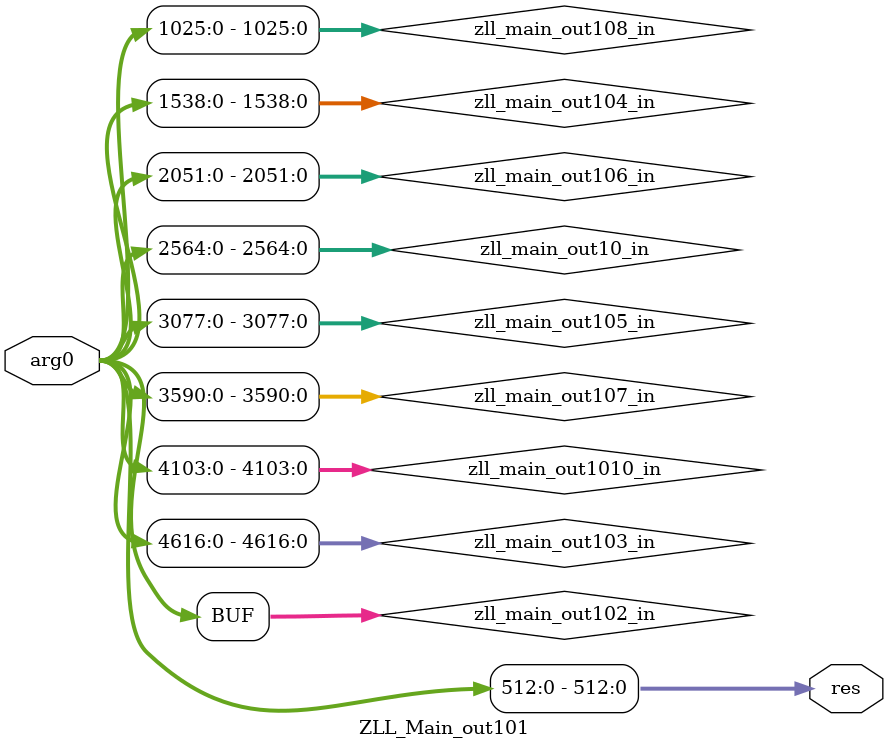
<source format=sv>
module top_level (input logic [0:0] clk,
  input logic [0:0] rst,
  input logic [0:0] __in0,
  input logic [511:0] __in1,
  output logic [0:0] __out0,
  output logic [511:0] __out1);
  logic [6157:0] zll_pure_dispatch_in;
  logic [6155:0] zll_pure_dispatch4_in;
  logic [6155:0] zll_pure_dispatch5_in;
  logic [6155:0] zll_main_refold1_in;
  logic [5642:0] main_conn10_in;
  logic [5129:0] main_conn10_out;
  logic [5129:0] zll_main_ten11_in;
  logic [5129:0] zll_main_ten11_out;
  logic [5642:0] main_refold2_in;
  logic [6157:0] main_refold2_out;
  logic [6157:0] zll_pure_dispatch3_in;
  logic [512:0] main_refold_in;
  logic [5642:0] main_conn10_inR1;
  logic [5129:0] main_conn10_outR1;
  logic [5129:0] zll_main_ten11_inR1;
  logic [5129:0] zll_main_ten11_outR1;
  logic [5129:0] zll_main_out101_in;
  logic [512:0] zll_main_out101_out;
  logic [6157:0] zll_pure_dispatch1_in;
  logic [1025:0] zll_pure_dispatch2_in;
  logic [1025:0] zll_main_refold_in;
  logic [5642:0] main_conn10_inR2;
  logic [5129:0] main_conn10_outR2;
  logic [5129:0] zll_main_ten11_inR2;
  logic [5129:0] zll_main_ten11_outR2;
  logic [5642:0] main_refold2_inR1;
  logic [6157:0] main_refold2_outR1;
  logic [0:0] __continue;
  logic [5644:0] __resumption_tag;
  logic [5644:0] __resumption_tag_next;
  assign zll_pure_dispatch_in = {{__in0, __in1}, __resumption_tag};
  assign zll_pure_dispatch4_in = {zll_pure_dispatch_in[6157:5645], zll_pure_dispatch_in[5642:5130], zll_pure_dispatch_in[5129:0]};
  assign zll_pure_dispatch5_in = {zll_pure_dispatch4_in[5642:5130], zll_pure_dispatch4_in[6155:5643], zll_pure_dispatch4_in[5129:0]};
  assign zll_main_refold1_in = {zll_pure_dispatch5_in[6155:5643], zll_pure_dispatch5_in[5129:0], zll_pure_dispatch5_in[5642:5130]};
  assign main_conn10_in = {zll_main_refold1_in[5642:513], zll_main_refold1_in[6155:5643]};
  Main_conn10  inst (main_conn10_in[5642:513], main_conn10_in[512:0], main_conn10_out);
  assign zll_main_ten11_in = main_conn10_out;
  ZLL_Main_ten11  instR1 (zll_main_ten11_in[5129:0], zll_main_ten11_out);
  assign main_refold2_in = {zll_main_ten11_out, zll_main_refold1_in[512:0]};
  Main_refold2  instR2 (main_refold2_in[5642:513], main_refold2_in[512:0], main_refold2_out);
  assign zll_pure_dispatch3_in = {{__in0, __in1}, __resumption_tag};
  assign main_refold_in = zll_pure_dispatch3_in[6157:5645];
  assign main_conn10_inR1 = {{13'h140a{1'h0}}, main_refold_in[512:0]};
  Main_conn10  instR3 (main_conn10_inR1[5642:513], main_conn10_inR1[512:0], main_conn10_outR1);
  assign zll_main_ten11_inR1 = main_conn10_outR1;
  ZLL_Main_ten11  instR4 (zll_main_ten11_inR1[5129:0], zll_main_ten11_outR1);
  assign zll_main_out101_in = zll_main_ten11_outR1;
  ZLL_Main_out101  instR5 (zll_main_out101_in[5129:0], zll_main_out101_out);
  assign zll_pure_dispatch1_in = {{__in0, __in1}, __resumption_tag};
  assign zll_pure_dispatch2_in = {zll_pure_dispatch1_in[6157:5645], zll_pure_dispatch1_in[512:0]};
  assign zll_main_refold_in = {zll_pure_dispatch2_in[512:0], zll_pure_dispatch2_in[1025:513]};
  assign main_conn10_inR2 = {{13'h140a{1'h0}}, zll_main_refold_in[1025:513]};
  Main_conn10  instR6 (main_conn10_inR2[5642:513], main_conn10_inR2[512:0], main_conn10_outR2);
  assign zll_main_ten11_inR2 = main_conn10_outR2;
  ZLL_Main_ten11  instR7 (zll_main_ten11_inR2[5129:0], zll_main_ten11_outR2);
  assign main_refold2_inR1 = {zll_main_ten11_outR2, zll_main_refold_in[512:0]};
  Main_refold2  instR8 (main_refold2_inR1[5642:513], main_refold2_inR1[512:0], main_refold2_outR1);
  assign {__continue, __out0, __out1, __resumption_tag_next} = (zll_pure_dispatch1_in[5644:5643] == 2'h1) ? main_refold2_outR1 : ((zll_pure_dispatch3_in[5644:5643] == 2'h2) ? {zll_main_out101_out, {2'h1, {13'h140a{1'h0}}}, main_refold_in[512:0]} : main_refold2_out);
  initial __resumption_tag <= {1'h1, {13'h160c{1'h0}}};
  always @ (posedge clk or posedge rst) begin
    if (rst == 1'h1) begin
      __resumption_tag <= {1'h1, {13'h160c{1'h0}}};
    end else begin
      __resumption_tag <= __resumption_tag_next;
    end
  end
endmodule

module ZLL_QuarterRound_quarterround39 (input logic [127:0] arg0,
  output logic [127:0] res);
  logic [127:0] zll_quarterround_quarterround34_in;
  logic [127:0] zll_quarterround_quarterround2_in;
  logic [63:0] binop_in;
  logic [31:0] zll_quarterround_quarterround28_in;
  logic [63:0] zll_quarterround_quarterround25_in;
  logic [31:0] zll_quarterround_quarterround25_out;
  logic [63:0] binop_inR1;
  logic [127:0] zll_quarterround_quarterround16_in;
  logic [63:0] binop_inR2;
  logic [31:0] zll_quarterround_quarterround4_in;
  logic [63:0] zll_quarterround_quarterround25_inR1;
  logic [31:0] zll_quarterround_quarterround25_outR1;
  logic [63:0] binop_inR3;
  logic [127:0] zll_quarterround_quarterround40_in;
  logic [63:0] binop_inR4;
  logic [31:0] zll_quarterround_quarterround12_in;
  logic [63:0] zll_quarterround_quarterround25_inR2;
  logic [31:0] zll_quarterround_quarterround25_outR2;
  logic [63:0] binop_inR5;
  logic [127:0] zll_quarterround_quarterround6_in;
  logic [63:0] binop_inR6;
  logic [31:0] zll_quarterround_quarterround17_in;
  logic [63:0] zll_quarterround_quarterround25_inR3;
  logic [31:0] zll_quarterround_quarterround25_outR3;
  logic [63:0] binop_inR7;
  logic [127:0] zll_quarterround_quarterround30_in;
  assign zll_quarterround_quarterround34_in = arg0;
  assign zll_quarterround_quarterround2_in = {zll_quarterround_quarterround34_in[63:32], zll_quarterround_quarterround34_in[127:96], zll_quarterround_quarterround34_in[95:64], zll_quarterround_quarterround34_in[31:0]};
  assign binop_in = {zll_quarterround_quarterround2_in[95:64], zll_quarterround_quarterround2_in[31:0]};
  assign zll_quarterround_quarterround28_in = binop_in[63:32] + binop_in[31:0];
  assign zll_quarterround_quarterround25_in = {32'h7, zll_quarterround_quarterround28_in[31:0]};
  ZLL_QuarterRound_quarterround25  inst (zll_quarterround_quarterround25_in[63:0], zll_quarterround_quarterround25_out);
  assign binop_inR1 = {zll_quarterround_quarterround2_in[63:32], zll_quarterround_quarterround25_out};
  assign zll_quarterround_quarterround16_in = {zll_quarterround_quarterround2_in[127:96], zll_quarterround_quarterround2_in[95:64], zll_quarterround_quarterround2_in[31:0], binop_inR1[63:32] ^ binop_inR1[31:0]};
  assign binop_inR2 = {zll_quarterround_quarterround16_in[31:0], zll_quarterround_quarterround16_in[95:64]};
  assign zll_quarterround_quarterround4_in = binop_inR2[63:32] + binop_inR2[31:0];
  assign zll_quarterround_quarterround25_inR1 = {32'h9, zll_quarterround_quarterround4_in[31:0]};
  ZLL_QuarterRound_quarterround25  instR1 (zll_quarterround_quarterround25_inR1[63:0], zll_quarterround_quarterround25_outR1);
  assign binop_inR3 = {zll_quarterround_quarterround16_in[127:96], zll_quarterround_quarterround25_outR1};
  assign zll_quarterround_quarterround40_in = {zll_quarterround_quarterround16_in[95:64], zll_quarterround_quarterround16_in[31:0], zll_quarterround_quarterround16_in[63:32], binop_inR3[63:32] ^ binop_inR3[31:0]};
  assign binop_inR4 = {zll_quarterround_quarterround40_in[31:0], zll_quarterround_quarterround40_in[95:64]};
  assign zll_quarterround_quarterround12_in = binop_inR4[63:32] + binop_inR4[31:0];
  assign zll_quarterround_quarterround25_inR2 = {32'hd, zll_quarterround_quarterround12_in[31:0]};
  ZLL_QuarterRound_quarterround25  instR2 (zll_quarterround_quarterround25_inR2[63:0], zll_quarterround_quarterround25_outR2);
  assign binop_inR5 = {zll_quarterround_quarterround40_in[63:32], zll_quarterround_quarterround25_outR2};
  assign zll_quarterround_quarterround6_in = {zll_quarterround_quarterround40_in[31:0], zll_quarterround_quarterround40_in[127:96], zll_quarterround_quarterround40_in[95:64], binop_inR5[63:32] ^ binop_inR5[31:0]};
  assign binop_inR6 = {zll_quarterround_quarterround6_in[31:0], zll_quarterround_quarterround6_in[127:96]};
  assign zll_quarterround_quarterround17_in = binop_inR6[63:32] + binop_inR6[31:0];
  assign zll_quarterround_quarterround25_inR3 = {32'h12, zll_quarterround_quarterround17_in[31:0]};
  ZLL_QuarterRound_quarterround25  instR3 (zll_quarterround_quarterround25_inR3[63:0], zll_quarterround_quarterround25_outR3);
  assign binop_inR7 = {zll_quarterround_quarterround6_in[95:64], zll_quarterround_quarterround25_outR3};
  assign zll_quarterround_quarterround30_in = {zll_quarterround_quarterround6_in[127:96], zll_quarterround_quarterround6_in[63:32], zll_quarterround_quarterround6_in[31:0], binop_inR7[63:32] ^ binop_inR7[31:0]};
  assign res = {zll_quarterround_quarterround30_in[31:0], zll_quarterround_quarterround30_in[95:64], zll_quarterround_quarterround30_in[127:96], zll_quarterround_quarterround30_in[63:32]};
endmodule

module Main_refold2 (input logic [5129:0] arg0,
  input logic [512:0] arg1,
  output logic [6157:0] res);
  logic [5642:0] main_conn10_in;
  logic [5129:0] main_conn10_out;
  logic [5129:0] zll_main_ten11_in;
  logic [5129:0] zll_main_ten11_out;
  logic [5129:0] zll_main_out101_in;
  logic [512:0] zll_main_out101_out;
  assign main_conn10_in = {arg0, arg1};
  Main_conn10  inst (main_conn10_in[5642:513], main_conn10_in[512:0], main_conn10_out);
  assign zll_main_ten11_in = main_conn10_out;
  ZLL_Main_ten11  instR1 (zll_main_ten11_in[5129:0], zll_main_ten11_out);
  assign zll_main_out101_in = zll_main_ten11_out;
  ZLL_Main_out101  instR2 (zll_main_out101_in[5129:0], zll_main_out101_out);
  assign res = {zll_main_out101_out, 2'h0, arg1, arg0};
endmodule

module ZLL_Main_ten11 (input logic [5129:0] arg0,
  output logic [5129:0] res);
  logic [5129:0] zll_main_ten9_in;
  logic [5129:0] zll_main_ten4_in;
  logic [5129:0] zll_main_ten_in;
  logic [5129:0] zll_main_ten7_in;
  logic [5129:0] zll_main_ten10_in;
  logic [5129:0] zll_main_ten2_in;
  logic [5129:0] zll_main_ten5_in;
  logic [512:0] main_dr1_in;
  logic [512:0] main_dr1_out;
  logic [512:0] main_dr1_inR1;
  logic [512:0] main_dr1_outR1;
  logic [512:0] main_dr1_inR2;
  logic [512:0] main_dr1_outR2;
  logic [512:0] main_dr1_inR3;
  logic [512:0] main_dr1_outR3;
  logic [512:0] main_dr1_inR4;
  logic [512:0] main_dr1_outR4;
  logic [512:0] main_dr1_inR5;
  logic [512:0] main_dr1_outR5;
  logic [512:0] main_dr1_inR6;
  logic [512:0] main_dr1_outR6;
  logic [512:0] main_dr1_inR7;
  logic [512:0] main_dr1_outR7;
  logic [512:0] main_dr1_inR8;
  logic [512:0] main_dr1_outR8;
  logic [512:0] main_dr1_inR9;
  logic [512:0] main_dr1_outR9;
  assign zll_main_ten9_in = arg0;
  assign zll_main_ten4_in = {zll_main_ten9_in[5129:4617], zll_main_ten9_in[3590:3078], zll_main_ten9_in[4616:4104], zll_main_ten9_in[4103:3591], zll_main_ten9_in[3077:2565], zll_main_ten9_in[2564:2052], zll_main_ten9_in[2051:1539], zll_main_ten9_in[1538:1026], zll_main_ten9_in[1025:513], zll_main_ten9_in[512:0]};
  assign zll_main_ten_in = {zll_main_ten4_in[3077:2565], zll_main_ten4_in[5129:4617], zll_main_ten4_in[4616:4104], zll_main_ten4_in[4103:3591], zll_main_ten4_in[3590:3078], zll_main_ten4_in[2564:2052], zll_main_ten4_in[2051:1539], zll_main_ten4_in[1538:1026], zll_main_ten4_in[1025:513], zll_main_ten4_in[512:0]};
  assign zll_main_ten7_in = {zll_main_ten_in[5129:4617], zll_main_ten_in[4616:4104], zll_main_ten_in[4103:3591], zll_main_ten_in[2564:2052], zll_main_ten_in[3590:3078], zll_main_ten_in[3077:2565], zll_main_ten_in[2051:1539], zll_main_ten_in[1538:1026], zll_main_ten_in[1025:513], zll_main_ten_in[512:0]};
  assign zll_main_ten10_in = {zll_main_ten7_in[5129:4617], zll_main_ten7_in[4616:4104], zll_main_ten7_in[2051:1539], zll_main_ten7_in[4103:3591], zll_main_ten7_in[3590:3078], zll_main_ten7_in[3077:2565], zll_main_ten7_in[2564:2052], zll_main_ten7_in[1538:1026], zll_main_ten7_in[1025:513], zll_main_ten7_in[512:0]};
  assign zll_main_ten2_in = {zll_main_ten10_in[5129:4617], zll_main_ten10_in[4616:4104], zll_main_ten10_in[4103:3591], zll_main_ten10_in[1538:1026], zll_main_ten10_in[3590:3078], zll_main_ten10_in[3077:2565], zll_main_ten10_in[2564:2052], zll_main_ten10_in[2051:1539], zll_main_ten10_in[1025:513], zll_main_ten10_in[512:0]};
  assign zll_main_ten5_in = {zll_main_ten2_in[5129:4617], zll_main_ten2_in[1025:513], zll_main_ten2_in[4616:4104], zll_main_ten2_in[4103:3591], zll_main_ten2_in[3590:3078], zll_main_ten2_in[3077:2565], zll_main_ten2_in[2564:2052], zll_main_ten2_in[2051:1539], zll_main_ten2_in[1538:1026], zll_main_ten2_in[512:0]};
  assign main_dr1_in = zll_main_ten5_in[4103:3591];
  Main_dr1  inst (main_dr1_in[512:0], main_dr1_out);
  assign main_dr1_inR1 = zll_main_ten5_in[1538:1026];
  Main_dr1  instR1 (main_dr1_inR1[512:0], main_dr1_outR1);
  assign main_dr1_inR2 = zll_main_ten5_in[1025:513];
  Main_dr1  instR2 (main_dr1_inR2[512:0], main_dr1_outR2);
  assign main_dr1_inR3 = zll_main_ten5_in[2564:2052];
  Main_dr1  instR3 (main_dr1_inR3[512:0], main_dr1_outR3);
  assign main_dr1_inR4 = zll_main_ten5_in[5129:4617];
  Main_dr1  instR4 (main_dr1_inR4[512:0], main_dr1_outR4);
  assign main_dr1_inR5 = zll_main_ten5_in[2051:1539];
  Main_dr1  instR5 (main_dr1_inR5[512:0], main_dr1_outR5);
  assign main_dr1_inR6 = zll_main_ten5_in[3590:3078];
  Main_dr1  instR6 (main_dr1_inR6[512:0], main_dr1_outR6);
  assign main_dr1_inR7 = zll_main_ten5_in[3077:2565];
  Main_dr1  instR7 (main_dr1_inR7[512:0], main_dr1_outR7);
  assign main_dr1_inR8 = zll_main_ten5_in[4616:4104];
  Main_dr1  instR8 (main_dr1_inR8[512:0], main_dr1_outR8);
  assign main_dr1_inR9 = zll_main_ten5_in[512:0];
  Main_dr1  instR9 (main_dr1_inR9[512:0], main_dr1_outR9);
  assign res = {main_dr1_out, main_dr1_outR1, main_dr1_outR2, main_dr1_outR3, main_dr1_outR4, main_dr1_outR5, main_dr1_outR6, main_dr1_outR7, main_dr1_outR8, main_dr1_outR9};
endmodule

module ZLL_QuarterRound_quarterround25 (input logic [63:0] arg0,
  output logic [31:0] res);
  logic [63:0] zll_quarterround_quarterround41_in;
  logic [63:0] binop_in;
  logic [63:0] binop_inR1;
  logic [63:0] binop_inR2;
  logic [63:0] binop_inR3;
  assign zll_quarterround_quarterround41_in = arg0;
  assign binop_in = {zll_quarterround_quarterround41_in[31:0], zll_quarterround_quarterround41_in[63:32]};
  assign binop_inR1 = {32'h20, zll_quarterround_quarterround41_in[63:32]};
  assign binop_inR2 = {zll_quarterround_quarterround41_in[31:0], binop_inR1[63:32] - binop_inR1[31:0]};
  assign binop_inR3 = {binop_in[63:32] << binop_in[31:0], binop_inR2[63:32] >> binop_inR2[31:0]};
  assign res = binop_inR3[63:32] | binop_inR3[31:0];
endmodule

module Main_dr1 (input logic [512:0] arg0,
  output logic [512:0] res);
  logic [1025:0] zll_main_dr12_in;
  logic [512:0] zll_main_dr1_in;
  logic [512:0] zll_main_dr11_in;
  logic [511:0] zll_columnround_columnround6_in;
  logic [511:0] zll_columnround_columnround11_in;
  logic [511:0] zll_columnround_columnround_in;
  logic [511:0] zll_columnround_columnround25_in;
  logic [511:0] zll_columnround_columnround21_in;
  logic [511:0] zll_columnround_columnround14_in;
  logic [511:0] zll_columnround_columnround16_in;
  logic [511:0] zll_columnround_columnround4_in;
  logic [511:0] zll_columnround_columnround28_in;
  logic [511:0] zll_columnround_columnround23_in;
  logic [511:0] zll_columnround_columnround29_in;
  logic [511:0] zll_columnround_columnround33_in;
  logic [511:0] zll_columnround_columnround17_in;
  logic [511:0] zll_columnround_columnround37_in;
  logic [511:0] zll_columnround_columnround9_in;
  logic [127:0] zll_quarterround_quarterround39_in;
  logic [127:0] zll_quarterround_quarterround39_out;
  logic [511:0] zll_columnround_columnround13_in;
  logic [511:0] zll_columnround_columnround32_in;
  logic [511:0] zll_columnround_columnround12_in;
  logic [511:0] zll_columnround_columnround2_in;
  logic [511:0] zll_columnround_columnround10_in;
  logic [127:0] zll_quarterround_quarterround39_inR1;
  logic [127:0] zll_quarterround_quarterround39_outR1;
  logic [511:0] zll_columnround_columnround8_in;
  logic [511:0] zll_columnround_columnround31_in;
  logic [511:0] zll_columnround_columnround5_in;
  logic [511:0] zll_columnround_columnround20_in;
  logic [127:0] zll_quarterround_quarterround39_inR2;
  logic [127:0] zll_quarterround_quarterround39_outR2;
  logic [511:0] zll_columnround_columnround30_in;
  logic [511:0] zll_columnround_columnround38_in;
  logic [511:0] zll_columnround_columnround22_in;
  logic [511:0] zll_columnround_columnround18_in;
  logic [511:0] zll_columnround_columnround34_in;
  logic [127:0] zll_quarterround_quarterround39_inR3;
  logic [127:0] zll_quarterround_quarterround39_outR3;
  logic [511:0] zll_columnround_columnround36_in;
  logic [511:0] zll_columnround_columnround19_in;
  logic [511:0] zll_columnround_columnround35_in;
  logic [511:0] zll_columnround_columnround3_in;
  logic [511:0] zll_columnround_columnround27_in;
  logic [511:0] zll_rowround_rowround36_in;
  logic [511:0] zll_rowround_rowround4_in;
  logic [511:0] zll_rowround_rowround20_in;
  logic [511:0] zll_rowround_rowround16_in;
  logic [511:0] zll_rowround_rowround24_in;
  logic [511:0] zll_rowround_rowround18_in;
  logic [511:0] zll_rowround_rowround37_in;
  logic [511:0] zll_rowround_rowround29_in;
  logic [511:0] zll_rowround_rowround9_in;
  logic [511:0] zll_rowround_rowround28_in;
  logic [511:0] zll_rowround_rowround35_in;
  logic [511:0] zll_rowround_rowround26_in;
  logic [511:0] zll_rowround_rowround19_in;
  logic [511:0] zll_rowround_rowround6_in;
  logic [127:0] zll_quarterround_quarterround39_inR4;
  logic [127:0] zll_quarterround_quarterround39_outR4;
  logic [511:0] zll_rowround_rowround17_in;
  logic [511:0] zll_rowround_rowround32_in;
  logic [511:0] zll_rowround_rowround31_in;
  logic [511:0] zll_rowround_rowround33_in;
  logic [127:0] zll_quarterround_quarterround39_inR5;
  logic [127:0] zll_quarterround_quarterround39_outR5;
  logic [511:0] zll_rowround_rowround25_in;
  logic [511:0] zll_rowround_rowround14_in;
  logic [511:0] zll_rowround_rowround7_in;
  logic [511:0] zll_rowround_rowround13_in;
  logic [511:0] zll_rowround_rowround11_in;
  logic [127:0] zll_quarterround_quarterround39_inR6;
  logic [127:0] zll_quarterround_quarterround39_outR6;
  logic [511:0] zll_rowround_rowround2_in;
  logic [511:0] zll_rowround_rowround8_in;
  logic [511:0] zll_rowround_rowround12_in;
  logic [511:0] zll_rowround_rowround5_in;
  logic [511:0] zll_rowround_rowround1_in;
  logic [127:0] zll_quarterround_quarterround39_inR7;
  logic [127:0] zll_quarterround_quarterround39_outR7;
  logic [511:0] zll_rowround_rowround21_in;
  logic [511:0] zll_rowround_rowround39_in;
  logic [511:0] zll_rowround_rowround27_in;
  logic [511:0] zll_rowround_rowround10_in;
  logic [512:0] lit_in;
  assign zll_main_dr12_in = {arg0, arg0};
  assign zll_main_dr1_in = zll_main_dr12_in[1025:513];
  assign zll_main_dr11_in = zll_main_dr1_in[512:0];
  assign zll_columnround_columnround6_in = zll_main_dr11_in[511:0];
  assign zll_columnround_columnround11_in = zll_columnround_columnround6_in[511:0];
  assign zll_columnround_columnround_in = {zll_columnround_columnround11_in[511:480], zll_columnround_columnround11_in[447:416], zll_columnround_columnround11_in[479:448], zll_columnround_columnround11_in[415:384], zll_columnround_columnround11_in[383:352], zll_columnround_columnround11_in[351:320], zll_columnround_columnround11_in[319:288], zll_columnround_columnround11_in[287:256], zll_columnround_columnround11_in[255:224], zll_columnround_columnround11_in[223:192], zll_columnround_columnround11_in[191:160], zll_columnround_columnround11_in[159:128], zll_columnround_columnround11_in[127:96], zll_columnround_columnround11_in[95:64], zll_columnround_columnround11_in[63:32], zll_columnround_columnround11_in[31:0]};
  assign zll_columnround_columnround25_in = {zll_columnround_columnround_in[511:480], zll_columnround_columnround_in[415:384], zll_columnround_columnround_in[479:448], zll_columnround_columnround_in[447:416], zll_columnround_columnround_in[383:352], zll_columnround_columnround_in[351:320], zll_columnround_columnround_in[319:288], zll_columnround_columnround_in[287:256], zll_columnround_columnround_in[255:224], zll_columnround_columnround_in[223:192], zll_columnround_columnround_in[191:160], zll_columnround_columnround_in[159:128], zll_columnround_columnround_in[127:96], zll_columnround_columnround_in[95:64], zll_columnround_columnround_in[63:32], zll_columnround_columnround_in[31:0]};
  assign zll_columnround_columnround21_in = {zll_columnround_columnround25_in[511:480], zll_columnround_columnround25_in[383:352], zll_columnround_columnround25_in[479:448], zll_columnround_columnround25_in[447:416], zll_columnround_columnround25_in[415:384], zll_columnround_columnround25_in[351:320], zll_columnround_columnround25_in[319:288], zll_columnround_columnround25_in[287:256], zll_columnround_columnround25_in[255:224], zll_columnround_columnround25_in[223:192], zll_columnround_columnround25_in[191:160], zll_columnround_columnround25_in[159:128], zll_columnround_columnround25_in[127:96], zll_columnround_columnround25_in[95:64], zll_columnround_columnround25_in[63:32], zll_columnround_columnround25_in[31:0]};
  assign zll_columnround_columnround14_in = {zll_columnround_columnround21_in[511:480], zll_columnround_columnround21_in[351:320], zll_columnround_columnround21_in[479:448], zll_columnround_columnround21_in[447:416], zll_columnround_columnround21_in[415:384], zll_columnround_columnround21_in[383:352], zll_columnround_columnround21_in[319:288], zll_columnround_columnround21_in[287:256], zll_columnround_columnround21_in[255:224], zll_columnround_columnround21_in[223:192], zll_columnround_columnround21_in[191:160], zll_columnround_columnround21_in[159:128], zll_columnround_columnround21_in[127:96], zll_columnround_columnround21_in[95:64], zll_columnround_columnround21_in[63:32], zll_columnround_columnround21_in[31:0]};
  assign zll_columnround_columnround16_in = {zll_columnround_columnround14_in[319:288], zll_columnround_columnround14_in[511:480], zll_columnround_columnround14_in[479:448], zll_columnround_columnround14_in[447:416], zll_columnround_columnround14_in[415:384], zll_columnround_columnround14_in[383:352], zll_columnround_columnround14_in[351:320], zll_columnround_columnround14_in[287:256], zll_columnround_columnround14_in[255:224], zll_columnround_columnround14_in[223:192], zll_columnround_columnround14_in[191:160], zll_columnround_columnround14_in[159:128], zll_columnround_columnround14_in[127:96], zll_columnround_columnround14_in[95:64], zll_columnround_columnround14_in[63:32], zll_columnround_columnround14_in[31:0]};
  assign zll_columnround_columnround4_in = {zll_columnround_columnround16_in[511:480], zll_columnround_columnround16_in[479:448], zll_columnround_columnround16_in[287:256], zll_columnround_columnround16_in[447:416], zll_columnround_columnround16_in[415:384], zll_columnround_columnround16_in[383:352], zll_columnround_columnround16_in[351:320], zll_columnround_columnround16_in[319:288], zll_columnround_columnround16_in[255:224], zll_columnround_columnround16_in[223:192], zll_columnround_columnround16_in[191:160], zll_columnround_columnround16_in[159:128], zll_columnround_columnround16_in[127:96], zll_columnround_columnround16_in[95:64], zll_columnround_columnround16_in[63:32], zll_columnround_columnround16_in[31:0]};
  assign zll_columnround_columnround28_in = {zll_columnround_columnround4_in[511:480], zll_columnround_columnround4_in[479:448], zll_columnround_columnround4_in[447:416], zll_columnround_columnround4_in[415:384], zll_columnround_columnround4_in[383:352], zll_columnround_columnround4_in[351:320], zll_columnround_columnround4_in[255:224], zll_columnround_columnround4_in[319:288], zll_columnround_columnround4_in[287:256], zll_columnround_columnround4_in[223:192], zll_columnround_columnround4_in[191:160], zll_columnround_columnround4_in[159:128], zll_columnround_columnround4_in[127:96], zll_columnround_columnround4_in[95:64], zll_columnround_columnround4_in[63:32], zll_columnround_columnround4_in[31:0]};
  assign zll_columnround_columnround23_in = {zll_columnround_columnround28_in[511:480], zll_columnround_columnround28_in[223:192], zll_columnround_columnround28_in[479:448], zll_columnround_columnround28_in[447:416], zll_columnround_columnround28_in[415:384], zll_columnround_columnround28_in[383:352], zll_columnround_columnround28_in[351:320], zll_columnround_columnround28_in[319:288], zll_columnround_columnround28_in[287:256], zll_columnround_columnround28_in[255:224], zll_columnround_columnround28_in[191:160], zll_columnround_columnround28_in[159:128], zll_columnround_columnround28_in[127:96], zll_columnround_columnround28_in[95:64], zll_columnround_columnround28_in[63:32], zll_columnround_columnround28_in[31:0]};
  assign zll_columnround_columnround29_in = {zll_columnround_columnround23_in[511:480], zll_columnround_columnround23_in[191:160], zll_columnround_columnround23_in[479:448], zll_columnround_columnround23_in[447:416], zll_columnround_columnround23_in[415:384], zll_columnround_columnround23_in[383:352], zll_columnround_columnround23_in[351:320], zll_columnround_columnround23_in[319:288], zll_columnround_columnround23_in[287:256], zll_columnround_columnround23_in[255:224], zll_columnround_columnround23_in[223:192], zll_columnround_columnround23_in[159:128], zll_columnround_columnround23_in[127:96], zll_columnround_columnround23_in[95:64], zll_columnround_columnround23_in[63:32], zll_columnround_columnround23_in[31:0]};
  assign zll_columnround_columnround33_in = {zll_columnround_columnround29_in[511:480], zll_columnround_columnround29_in[479:448], zll_columnround_columnround29_in[159:128], zll_columnround_columnround29_in[447:416], zll_columnround_columnround29_in[415:384], zll_columnround_columnround29_in[383:352], zll_columnround_columnround29_in[351:320], zll_columnround_columnround29_in[319:288], zll_columnround_columnround29_in[287:256], zll_columnround_columnround29_in[255:224], zll_columnround_columnround29_in[223:192], zll_columnround_columnround29_in[191:160], zll_columnround_columnround29_in[127:96], zll_columnround_columnround29_in[95:64], zll_columnround_columnround29_in[63:32], zll_columnround_columnround29_in[31:0]};
  assign zll_columnround_columnround17_in = {zll_columnround_columnround33_in[511:480], zll_columnround_columnround33_in[127:96], zll_columnround_columnround33_in[479:448], zll_columnround_columnround33_in[447:416], zll_columnround_columnround33_in[415:384], zll_columnround_columnround33_in[383:352], zll_columnround_columnround33_in[351:320], zll_columnround_columnround33_in[319:288], zll_columnround_columnround33_in[287:256], zll_columnround_columnround33_in[255:224], zll_columnround_columnround33_in[223:192], zll_columnround_columnround33_in[191:160], zll_columnround_columnround33_in[159:128], zll_columnround_columnround33_in[95:64], zll_columnround_columnround33_in[63:32], zll_columnround_columnround33_in[31:0]};
  assign zll_columnround_columnround37_in = {zll_columnround_columnround17_in[511:480], zll_columnround_columnround17_in[479:448], zll_columnround_columnround17_in[447:416], zll_columnround_columnround17_in[415:384], zll_columnround_columnround17_in[383:352], zll_columnround_columnround17_in[351:320], zll_columnround_columnround17_in[319:288], zll_columnround_columnround17_in[287:256], zll_columnround_columnround17_in[255:224], zll_columnround_columnround17_in[95:64], zll_columnround_columnround17_in[223:192], zll_columnround_columnround17_in[191:160], zll_columnround_columnround17_in[159:128], zll_columnround_columnround17_in[127:96], zll_columnround_columnround17_in[63:32], zll_columnround_columnround17_in[31:0]};
  assign zll_columnround_columnround9_in = {zll_columnround_columnround37_in[511:480], zll_columnround_columnround37_in[479:448], zll_columnround_columnround37_in[447:416], zll_columnround_columnround37_in[63:32], zll_columnround_columnround37_in[415:384], zll_columnround_columnround37_in[383:352], zll_columnround_columnround37_in[351:320], zll_columnround_columnround37_in[319:288], zll_columnround_columnround37_in[287:256], zll_columnround_columnround37_in[255:224], zll_columnround_columnround37_in[223:192], zll_columnround_columnround37_in[191:160], zll_columnround_columnround37_in[159:128], zll_columnround_columnround37_in[127:96], zll_columnround_columnround37_in[95:64], zll_columnround_columnround37_in[31:0]};
  assign zll_quarterround_quarterround39_in = {zll_columnround_columnround9_in[319:288], zll_columnround_columnround9_in[223:192], zll_columnround_columnround9_in[127:96], zll_columnround_columnround9_in[479:448]};
  ZLL_QuarterRound_quarterround39  inst (zll_quarterround_quarterround39_in[127:0], zll_quarterround_quarterround39_out);
  assign zll_columnround_columnround13_in = {zll_columnround_columnround9_in[511:480], zll_columnround_columnround9_in[31:0], zll_columnround_columnround9_in[447:416], zll_columnround_columnround9_in[415:384], zll_columnround_columnround9_in[383:352], zll_columnround_columnround9_in[351:320], zll_columnround_columnround9_in[287:256], zll_columnround_columnround9_in[255:224], zll_columnround_columnround9_in[191:160], zll_columnround_columnround9_in[159:128], zll_columnround_columnround9_in[95:64], zll_columnround_columnround9_in[63:32], zll_quarterround_quarterround39_out};
  assign zll_columnround_columnround32_in = {zll_columnround_columnround13_in[511:480], zll_columnround_columnround13_in[479:448], zll_columnround_columnround13_in[447:416], zll_columnround_columnround13_in[415:384], zll_columnround_columnround13_in[383:352], zll_columnround_columnround13_in[351:320], zll_columnround_columnround13_in[319:288], zll_columnround_columnround13_in[287:256], zll_columnround_columnround13_in[255:224], zll_columnround_columnround13_in[223:192], zll_columnround_columnround13_in[191:160], zll_columnround_columnround13_in[159:128], zll_columnround_columnround13_in[127:0]};
  assign zll_columnround_columnround12_in = {zll_columnround_columnround32_in[511:480], zll_columnround_columnround32_in[127:96], zll_columnround_columnround32_in[479:448], zll_columnround_columnround32_in[447:416], zll_columnround_columnround32_in[415:384], zll_columnround_columnround32_in[383:352], zll_columnround_columnround32_in[351:320], zll_columnround_columnround32_in[319:288], zll_columnround_columnround32_in[287:256], zll_columnround_columnround32_in[255:224], zll_columnround_columnround32_in[223:192], zll_columnround_columnround32_in[191:160], zll_columnround_columnround32_in[159:128], zll_columnround_columnround32_in[95:64], zll_columnround_columnround32_in[63:32], zll_columnround_columnround32_in[31:0]};
  assign zll_columnround_columnround2_in = {zll_columnround_columnround12_in[511:480], zll_columnround_columnround12_in[479:448], zll_columnround_columnround12_in[447:416], zll_columnround_columnround12_in[415:384], zll_columnround_columnround12_in[383:352], zll_columnround_columnround12_in[351:320], zll_columnround_columnround12_in[319:288], zll_columnround_columnround12_in[287:256], zll_columnround_columnround12_in[255:224], zll_columnround_columnround12_in[223:192], zll_columnround_columnround12_in[191:160], zll_columnround_columnround12_in[95:64], zll_columnround_columnround12_in[159:128], zll_columnround_columnround12_in[127:96], zll_columnround_columnround12_in[63:32], zll_columnround_columnround12_in[31:0]};
  assign zll_columnround_columnround10_in = {zll_columnround_columnround2_in[511:480], zll_columnround_columnround2_in[479:448], zll_columnround_columnround2_in[447:416], zll_columnround_columnround2_in[415:384], zll_columnround_columnround2_in[383:352], zll_columnround_columnround2_in[351:320], zll_columnround_columnround2_in[319:288], zll_columnround_columnround2_in[63:32], zll_columnround_columnround2_in[287:256], zll_columnround_columnround2_in[255:224], zll_columnround_columnround2_in[223:192], zll_columnround_columnround2_in[191:160], zll_columnround_columnround2_in[159:128], zll_columnround_columnround2_in[127:96], zll_columnround_columnround2_in[95:64], zll_columnround_columnround2_in[31:0]};
  assign zll_quarterround_quarterround39_inR1 = {zll_columnround_columnround10_in[223:192], zll_columnround_columnround10_in[319:288], zll_columnround_columnround10_in[191:160], zll_columnround_columnround10_in[63:32]};
  ZLL_QuarterRound_quarterround39  instR1 (zll_quarterround_quarterround39_inR1[127:0], zll_quarterround_quarterround39_outR1);
  assign zll_columnround_columnround8_in = {zll_columnround_columnround10_in[511:480], zll_columnround_columnround10_in[31:0], zll_columnround_columnround10_in[479:448], zll_columnround_columnround10_in[447:416], zll_columnround_columnround10_in[415:384], zll_columnround_columnround10_in[383:352], zll_columnround_columnround10_in[351:320], zll_columnround_columnround10_in[287:256], zll_columnround_columnround10_in[255:224], zll_columnround_columnround10_in[159:128], zll_columnround_columnround10_in[127:96], zll_columnround_columnround10_in[95:64], zll_quarterround_quarterround39_outR1};
  assign zll_columnround_columnround31_in = {zll_columnround_columnround8_in[511:480], zll_columnround_columnround8_in[479:448], zll_columnround_columnround8_in[447:416], zll_columnround_columnround8_in[415:384], zll_columnround_columnround8_in[383:352], zll_columnround_columnround8_in[351:320], zll_columnround_columnround8_in[319:288], zll_columnround_columnround8_in[287:256], zll_columnround_columnround8_in[255:224], zll_columnround_columnround8_in[223:192], zll_columnround_columnround8_in[191:160], zll_columnround_columnround8_in[159:128], zll_columnround_columnround8_in[127:0]};
  assign zll_columnround_columnround5_in = {zll_columnround_columnround31_in[511:480], zll_columnround_columnround31_in[479:448], zll_columnround_columnround31_in[447:416], zll_columnround_columnround31_in[415:384], zll_columnround_columnround31_in[383:352], zll_columnround_columnround31_in[351:320], zll_columnround_columnround31_in[319:288], zll_columnround_columnround31_in[127:96], zll_columnround_columnround31_in[287:256], zll_columnround_columnround31_in[255:224], zll_columnround_columnround31_in[223:192], zll_columnround_columnround31_in[191:160], zll_columnround_columnround31_in[159:128], zll_columnround_columnround31_in[95:64], zll_columnround_columnround31_in[63:32], zll_columnround_columnround31_in[31:0]};
  assign zll_columnround_columnround20_in = {zll_columnround_columnround5_in[511:480], zll_columnround_columnround5_in[479:448], zll_columnround_columnround5_in[447:416], zll_columnround_columnround5_in[415:384], zll_columnround_columnround5_in[383:352], zll_columnround_columnround5_in[351:320], zll_columnround_columnround5_in[319:288], zll_columnround_columnround5_in[287:256], zll_columnround_columnround5_in[255:224], zll_columnround_columnround5_in[223:192], zll_columnround_columnround5_in[63:32], zll_columnround_columnround5_in[191:160], zll_columnround_columnround5_in[159:128], zll_columnround_columnround5_in[127:96], zll_columnround_columnround5_in[95:64], zll_columnround_columnround5_in[31:0]};
  assign zll_quarterround_quarterround39_inR2 = {zll_columnround_columnround20_in[383:352], zll_columnround_columnround20_in[351:320], zll_columnround_columnround20_in[95:64], zll_columnround_columnround20_in[511:480]};
  ZLL_QuarterRound_quarterround39  instR2 (zll_quarterround_quarterround39_inR2[127:0], zll_quarterround_quarterround39_outR2);
  assign zll_columnround_columnround30_in = {zll_columnround_columnround20_in[479:448], zll_columnround_columnround20_in[447:416], zll_columnround_columnround20_in[415:384], zll_columnround_columnround20_in[319:288], zll_columnround_columnround20_in[287:256], zll_columnround_columnround20_in[255:224], zll_columnround_columnround20_in[223:192], zll_columnround_columnround20_in[31:0], zll_columnround_columnround20_in[191:160], zll_columnround_columnround20_in[159:128], zll_columnround_columnround20_in[127:96], zll_columnround_columnround20_in[63:32], zll_quarterround_quarterround39_outR2};
  assign zll_columnround_columnround38_in = {zll_columnround_columnround30_in[511:480], zll_columnround_columnround30_in[479:448], zll_columnround_columnround30_in[447:416], zll_columnround_columnround30_in[415:384], zll_columnround_columnround30_in[383:352], zll_columnround_columnround30_in[351:320], zll_columnround_columnround30_in[319:288], zll_columnround_columnround30_in[287:256], zll_columnround_columnround30_in[255:224], zll_columnround_columnround30_in[223:192], zll_columnround_columnround30_in[191:160], zll_columnround_columnround30_in[159:128], zll_columnround_columnround30_in[127:0]};
  assign zll_columnround_columnround22_in = {zll_columnround_columnround38_in[511:480], zll_columnround_columnround38_in[479:448], zll_columnround_columnround38_in[447:416], zll_columnround_columnround38_in[415:384], zll_columnround_columnround38_in[383:352], zll_columnround_columnround38_in[351:320], zll_columnround_columnround38_in[319:288], zll_columnround_columnround38_in[287:256], zll_columnround_columnround38_in[255:224], zll_columnround_columnround38_in[223:192], zll_columnround_columnround38_in[127:96], zll_columnround_columnround38_in[191:160], zll_columnround_columnround38_in[159:128], zll_columnround_columnround38_in[95:64], zll_columnround_columnround38_in[63:32], zll_columnround_columnround38_in[31:0]};
  assign zll_columnround_columnround18_in = {zll_columnround_columnround22_in[511:480], zll_columnround_columnround22_in[479:448], zll_columnround_columnround22_in[447:416], zll_columnround_columnround22_in[415:384], zll_columnround_columnround22_in[383:352], zll_columnround_columnround22_in[351:320], zll_columnround_columnround22_in[319:288], zll_columnround_columnround22_in[287:256], zll_columnround_columnround22_in[255:224], zll_columnround_columnround22_in[223:192], zll_columnround_columnround22_in[191:160], zll_columnround_columnround22_in[159:128], zll_columnround_columnround22_in[95:64], zll_columnround_columnround22_in[127:96], zll_columnround_columnround22_in[63:32], zll_columnround_columnround22_in[31:0]};
  assign zll_columnround_columnround34_in = {zll_columnround_columnround18_in[511:480], zll_columnround_columnround18_in[479:448], zll_columnround_columnround18_in[447:416], zll_columnround_columnround18_in[415:384], zll_columnround_columnround18_in[383:352], zll_columnround_columnround18_in[351:320], zll_columnround_columnround18_in[63:32], zll_columnround_columnround18_in[319:288], zll_columnround_columnround18_in[287:256], zll_columnround_columnround18_in[255:224], zll_columnround_columnround18_in[223:192], zll_columnround_columnround18_in[191:160], zll_columnround_columnround18_in[159:128], zll_columnround_columnround18_in[127:96], zll_columnround_columnround18_in[95:64], zll_columnround_columnround18_in[31:0]};
  assign zll_quarterround_quarterround39_inR3 = {zll_columnround_columnround34_in[447:416], zll_columnround_columnround34_in[191:160], zll_columnround_columnround34_in[287:256], zll_columnround_columnround34_in[415:384]};
  ZLL_QuarterRound_quarterround39  instR3 (zll_quarterround_quarterround39_inR3[127:0], zll_quarterround_quarterround39_outR3);
  assign zll_columnround_columnround36_in = {zll_columnround_columnround34_in[511:480], zll_columnround_columnround34_in[31:0], zll_columnround_columnround34_in[479:448], zll_columnround_columnround34_in[383:352], zll_columnround_columnround34_in[351:320], zll_columnround_columnround34_in[319:288], zll_columnround_columnround34_in[255:224], zll_columnround_columnround34_in[223:192], zll_columnround_columnround34_in[159:128], zll_columnround_columnround34_in[127:96], zll_columnround_columnround34_in[95:64], zll_columnround_columnround34_in[63:32], zll_quarterround_quarterround39_outR3};
  assign zll_columnround_columnround19_in = {zll_columnround_columnround36_in[511:480], zll_columnround_columnround36_in[479:448], zll_columnround_columnround36_in[447:416], zll_columnround_columnround36_in[415:384], zll_columnround_columnround36_in[383:352], zll_columnround_columnround36_in[351:320], zll_columnround_columnround36_in[319:288], zll_columnround_columnround36_in[287:256], zll_columnround_columnround36_in[255:224], zll_columnround_columnround36_in[223:192], zll_columnround_columnround36_in[191:160], zll_columnround_columnround36_in[159:128], zll_columnround_columnround36_in[127:0]};
  assign zll_columnround_columnround35_in = {zll_columnround_columnround19_in[511:480], zll_columnround_columnround19_in[479:448], zll_columnround_columnround19_in[127:96], zll_columnround_columnround19_in[447:416], zll_columnround_columnround19_in[415:384], zll_columnround_columnround19_in[383:352], zll_columnround_columnround19_in[351:320], zll_columnround_columnround19_in[319:288], zll_columnround_columnround19_in[287:256], zll_columnround_columnround19_in[255:224], zll_columnround_columnround19_in[223:192], zll_columnround_columnround19_in[191:160], zll_columnround_columnround19_in[159:128], zll_columnround_columnround19_in[95:64], zll_columnround_columnround19_in[63:32], zll_columnround_columnround19_in[31:0]};
  assign zll_columnround_columnround3_in = {zll_columnround_columnround35_in[511:480], zll_columnround_columnround35_in[479:448], zll_columnround_columnround35_in[447:416], zll_columnround_columnround35_in[415:384], zll_columnround_columnround35_in[383:352], zll_columnround_columnround35_in[351:320], zll_columnround_columnround35_in[319:288], zll_columnround_columnround35_in[287:256], zll_columnround_columnround35_in[255:224], zll_columnround_columnround35_in[223:192], zll_columnround_columnround35_in[191:160], zll_columnround_columnround35_in[159:128], zll_columnround_columnround35_in[95:64], zll_columnround_columnround35_in[127:96], zll_columnround_columnround35_in[63:32], zll_columnround_columnround35_in[31:0]};
  assign zll_columnround_columnround27_in = {zll_columnround_columnround3_in[511:480], zll_columnround_columnround3_in[479:448], zll_columnround_columnround3_in[447:416], zll_columnround_columnround3_in[415:384], zll_columnround_columnround3_in[63:32], zll_columnround_columnround3_in[383:352], zll_columnround_columnround3_in[351:320], zll_columnround_columnround3_in[319:288], zll_columnround_columnround3_in[287:256], zll_columnround_columnround3_in[255:224], zll_columnround_columnround3_in[223:192], zll_columnround_columnround3_in[191:160], zll_columnround_columnround3_in[159:128], zll_columnround_columnround3_in[127:96], zll_columnround_columnround3_in[95:64], zll_columnround_columnround3_in[31:0]};
  assign zll_rowround_rowround36_in = {zll_columnround_columnround27_in[415:384], zll_columnround_columnround27_in[255:224], zll_columnround_columnround27_in[287:256], zll_columnround_columnround27_in[95:64], zll_columnround_columnround27_in[159:128], zll_columnround_columnround27_in[351:320], zll_columnround_columnround27_in[479:448], zll_columnround_columnround27_in[383:352], zll_columnround_columnround27_in[319:288], zll_columnround_columnround27_in[63:32], zll_columnround_columnround27_in[191:160], zll_columnround_columnround27_in[31:0], zll_columnround_columnround27_in[511:480], zll_columnround_columnround27_in[223:192], zll_columnround_columnround27_in[127:96], zll_columnround_columnround27_in[447:416]};
  assign zll_rowround_rowround4_in = zll_rowround_rowround36_in[511:0];
  assign zll_rowround_rowround20_in = {zll_rowround_rowround4_in[479:448], zll_rowround_rowround4_in[511:480], zll_rowround_rowround4_in[447:416], zll_rowround_rowround4_in[415:384], zll_rowround_rowround4_in[383:352], zll_rowround_rowround4_in[351:320], zll_rowround_rowround4_in[319:288], zll_rowround_rowround4_in[287:256], zll_rowround_rowround4_in[255:224], zll_rowround_rowround4_in[223:192], zll_rowround_rowround4_in[191:160], zll_rowround_rowround4_in[159:128], zll_rowround_rowround4_in[127:96], zll_rowround_rowround4_in[95:64], zll_rowround_rowround4_in[63:32], zll_rowround_rowround4_in[31:0]};
  assign zll_rowround_rowround16_in = {zll_rowround_rowround20_in[511:480], zll_rowround_rowround20_in[447:416], zll_rowround_rowround20_in[479:448], zll_rowround_rowround20_in[415:384], zll_rowround_rowround20_in[383:352], zll_rowround_rowround20_in[351:320], zll_rowround_rowround20_in[319:288], zll_rowround_rowround20_in[287:256], zll_rowround_rowround20_in[255:224], zll_rowround_rowround20_in[223:192], zll_rowround_rowround20_in[191:160], zll_rowround_rowround20_in[159:128], zll_rowround_rowround20_in[127:96], zll_rowround_rowround20_in[95:64], zll_rowround_rowround20_in[63:32], zll_rowround_rowround20_in[31:0]};
  assign zll_rowround_rowround24_in = {zll_rowround_rowround16_in[511:480], zll_rowround_rowround16_in[479:448], zll_rowround_rowround16_in[415:384], zll_rowround_rowround16_in[447:416], zll_rowround_rowround16_in[383:352], zll_rowround_rowround16_in[351:320], zll_rowround_rowround16_in[319:288], zll_rowround_rowround16_in[287:256], zll_rowround_rowround16_in[255:224], zll_rowround_rowround16_in[223:192], zll_rowround_rowround16_in[191:160], zll_rowround_rowround16_in[159:128], zll_rowround_rowround16_in[127:96], zll_rowround_rowround16_in[95:64], zll_rowround_rowround16_in[63:32], zll_rowround_rowround16_in[31:0]};
  assign zll_rowround_rowround18_in = {zll_rowround_rowround24_in[511:480], zll_rowround_rowround24_in[383:352], zll_rowround_rowround24_in[479:448], zll_rowround_rowround24_in[447:416], zll_rowround_rowround24_in[415:384], zll_rowround_rowround24_in[351:320], zll_rowround_rowround24_in[319:288], zll_rowround_rowround24_in[287:256], zll_rowround_rowround24_in[255:224], zll_rowround_rowround24_in[223:192], zll_rowround_rowround24_in[191:160], zll_rowround_rowround24_in[159:128], zll_rowround_rowround24_in[127:96], zll_rowround_rowround24_in[95:64], zll_rowround_rowround24_in[63:32], zll_rowround_rowround24_in[31:0]};
  assign zll_rowround_rowround37_in = {zll_rowround_rowround18_in[511:480], zll_rowround_rowround18_in[479:448], zll_rowround_rowround18_in[447:416], zll_rowround_rowround18_in[415:384], zll_rowround_rowround18_in[351:320], zll_rowround_rowround18_in[383:352], zll_rowround_rowround18_in[319:288], zll_rowround_rowround18_in[287:256], zll_rowround_rowround18_in[255:224], zll_rowround_rowround18_in[223:192], zll_rowround_rowround18_in[191:160], zll_rowround_rowround18_in[159:128], zll_rowround_rowround18_in[127:96], zll_rowround_rowround18_in[95:64], zll_rowround_rowround18_in[63:32], zll_rowround_rowround18_in[31:0]};
  assign zll_rowround_rowround29_in = {zll_rowround_rowround37_in[319:288], zll_rowround_rowround37_in[511:480], zll_rowround_rowround37_in[479:448], zll_rowround_rowround37_in[447:416], zll_rowround_rowround37_in[415:384], zll_rowround_rowround37_in[383:352], zll_rowround_rowround37_in[351:320], zll_rowround_rowround37_in[287:256], zll_rowround_rowround37_in[255:224], zll_rowround_rowround37_in[223:192], zll_rowround_rowround37_in[191:160], zll_rowround_rowround37_in[159:128], zll_rowround_rowround37_in[127:96], zll_rowround_rowround37_in[95:64], zll_rowround_rowround37_in[63:32], zll_rowround_rowround37_in[31:0]};
  assign zll_rowround_rowround9_in = {zll_rowround_rowround29_in[287:256], zll_rowround_rowround29_in[511:480], zll_rowround_rowround29_in[479:448], zll_rowround_rowround29_in[447:416], zll_rowround_rowround29_in[415:384], zll_rowround_rowround29_in[383:352], zll_rowround_rowround29_in[351:320], zll_rowround_rowround29_in[319:288], zll_rowround_rowround29_in[255:224], zll_rowround_rowround29_in[223:192], zll_rowround_rowround29_in[191:160], zll_rowround_rowround29_in[159:128], zll_rowround_rowround29_in[127:96], zll_rowround_rowround29_in[95:64], zll_rowround_rowround29_in[63:32], zll_rowround_rowround29_in[31:0]};
  assign zll_rowround_rowround28_in = {zll_rowround_rowround9_in[511:480], zll_rowround_rowround9_in[479:448], zll_rowround_rowround9_in[223:192], zll_rowround_rowround9_in[447:416], zll_rowround_rowround9_in[415:384], zll_rowround_rowround9_in[383:352], zll_rowround_rowround9_in[351:320], zll_rowround_rowround9_in[319:288], zll_rowround_rowround9_in[287:256], zll_rowround_rowround9_in[255:224], zll_rowround_rowround9_in[191:160], zll_rowround_rowround9_in[159:128], zll_rowround_rowround9_in[127:96], zll_rowround_rowround9_in[95:64], zll_rowround_rowround9_in[63:32], zll_rowround_rowround9_in[31:0]};
  assign zll_rowround_rowround35_in = {zll_rowround_rowround28_in[511:480], zll_rowround_rowround28_in[479:448], zll_rowround_rowround28_in[447:416], zll_rowround_rowround28_in[415:384], zll_rowround_rowround28_in[383:352], zll_rowround_rowround28_in[351:320], zll_rowround_rowround28_in[319:288], zll_rowround_rowround28_in[287:256], zll_rowround_rowround28_in[255:224], zll_rowround_rowround28_in[191:160], zll_rowround_rowround28_in[223:192], zll_rowround_rowround28_in[159:128], zll_rowround_rowround28_in[127:96], zll_rowround_rowround28_in[95:64], zll_rowround_rowround28_in[63:32], zll_rowround_rowround28_in[31:0]};
  assign zll_rowround_rowround26_in = {zll_rowround_rowround35_in[511:480], zll_rowround_rowround35_in[479:448], zll_rowround_rowround35_in[447:416], zll_rowround_rowround35_in[415:384], zll_rowround_rowround35_in[383:352], zll_rowround_rowround35_in[351:320], zll_rowround_rowround35_in[319:288], zll_rowround_rowround35_in[287:256], zll_rowround_rowround35_in[255:224], zll_rowround_rowround35_in[223:192], zll_rowround_rowround35_in[159:128], zll_rowround_rowround35_in[191:160], zll_rowround_rowround35_in[127:96], zll_rowround_rowround35_in[95:64], zll_rowround_rowround35_in[63:32], zll_rowround_rowround35_in[31:0]};
  assign zll_rowround_rowround19_in = {zll_rowround_rowround26_in[511:480], zll_rowround_rowround26_in[479:448], zll_rowround_rowround26_in[447:416], zll_rowround_rowround26_in[415:384], zll_rowround_rowround26_in[383:352], zll_rowround_rowround26_in[351:320], zll_rowround_rowround26_in[319:288], zll_rowround_rowround26_in[287:256], zll_rowround_rowround26_in[255:224], zll_rowround_rowround26_in[127:96], zll_rowround_rowround26_in[223:192], zll_rowround_rowround26_in[191:160], zll_rowround_rowround26_in[159:128], zll_rowround_rowround26_in[95:64], zll_rowround_rowround26_in[63:32], zll_rowround_rowround26_in[31:0]};
  assign zll_rowround_rowround6_in = {zll_rowround_rowround19_in[511:480], zll_rowround_rowround19_in[479:448], zll_rowround_rowround19_in[447:416], zll_rowround_rowround19_in[415:384], zll_rowround_rowround19_in[383:352], zll_rowround_rowround19_in[351:320], zll_rowround_rowround19_in[319:288], zll_rowround_rowround19_in[63:32], zll_rowround_rowround19_in[287:256], zll_rowround_rowround19_in[255:224], zll_rowround_rowround19_in[223:192], zll_rowround_rowround19_in[191:160], zll_rowround_rowround19_in[159:128], zll_rowround_rowround19_in[127:96], zll_rowround_rowround19_in[95:64], zll_rowround_rowround19_in[31:0]};
  assign zll_quarterround_quarterround39_inR4 = {zll_rowround_rowround6_in[223:192], zll_rowround_rowround6_in[415:384], zll_rowround_rowround6_in[351:320], zll_rowround_rowround6_in[319:288]};
  ZLL_QuarterRound_quarterround39  instR4 (zll_quarterround_quarterround39_inR4[127:0], zll_quarterround_quarterround39_outR4);
  assign zll_rowround_rowround17_in = {zll_rowround_rowround6_in[511:480], zll_rowround_rowround6_in[479:448], zll_rowround_rowround6_in[447:416], zll_rowround_rowround6_in[383:352], zll_rowround_rowround6_in[31:0], zll_rowround_rowround6_in[287:256], zll_rowround_rowround6_in[255:224], zll_rowround_rowround6_in[191:160], zll_rowround_rowround6_in[159:128], zll_rowround_rowround6_in[127:96], zll_rowround_rowround6_in[95:64], zll_rowround_rowround6_in[63:32], zll_quarterround_quarterround39_outR4};
  assign zll_rowround_rowround32_in = {zll_rowround_rowround17_in[511:480], zll_rowround_rowround17_in[479:448], zll_rowround_rowround17_in[447:416], zll_rowround_rowround17_in[415:384], zll_rowround_rowround17_in[383:352], zll_rowround_rowround17_in[351:320], zll_rowround_rowround17_in[319:288], zll_rowround_rowround17_in[287:256], zll_rowround_rowround17_in[255:224], zll_rowround_rowround17_in[223:192], zll_rowround_rowround17_in[191:160], zll_rowround_rowround17_in[159:128], zll_rowround_rowround17_in[127:0]};
  assign zll_rowround_rowround31_in = {zll_rowround_rowround32_in[511:480], zll_rowround_rowround32_in[479:448], zll_rowround_rowround32_in[447:416], zll_rowround_rowround32_in[415:384], zll_rowround_rowround32_in[383:352], zll_rowround_rowround32_in[127:96], zll_rowround_rowround32_in[351:320], zll_rowround_rowround32_in[319:288], zll_rowround_rowround32_in[287:256], zll_rowround_rowround32_in[255:224], zll_rowround_rowround32_in[223:192], zll_rowround_rowround32_in[191:160], zll_rowround_rowround32_in[159:128], zll_rowround_rowround32_in[95:64], zll_rowround_rowround32_in[63:32], zll_rowround_rowround32_in[31:0]};
  assign zll_rowround_rowround33_in = {zll_rowround_rowround31_in[511:480], zll_rowround_rowround31_in[479:448], zll_rowround_rowround31_in[447:416], zll_rowround_rowround31_in[415:384], zll_rowround_rowround31_in[383:352], zll_rowround_rowround31_in[351:320], zll_rowround_rowround31_in[95:64], zll_rowround_rowround31_in[319:288], zll_rowround_rowround31_in[287:256], zll_rowround_rowround31_in[255:224], zll_rowround_rowround31_in[223:192], zll_rowround_rowround31_in[191:160], zll_rowround_rowround31_in[159:128], zll_rowround_rowround31_in[127:96], zll_rowround_rowround31_in[63:32], zll_rowround_rowround31_in[31:0]};
  assign zll_quarterround_quarterround39_inR5 = {zll_rowround_rowround33_in[255:224], zll_rowround_rowround33_in[479:448], zll_rowround_rowround33_in[511:480], zll_rowround_rowround33_in[415:384]};
  ZLL_QuarterRound_quarterround39  instR5 (zll_quarterround_quarterround39_inR5[127:0], zll_quarterround_quarterround39_outR5);
  assign zll_rowround_rowround25_in = {zll_rowround_rowround33_in[447:416], zll_rowround_rowround33_in[383:352], zll_rowround_rowround33_in[351:320], zll_rowround_rowround33_in[319:288], zll_rowround_rowround33_in[287:256], zll_rowround_rowround33_in[31:0], zll_rowround_rowround33_in[223:192], zll_rowround_rowround33_in[191:160], zll_rowround_rowround33_in[159:128], zll_rowround_rowround33_in[127:96], zll_rowround_rowround33_in[95:64], zll_rowround_rowround33_in[63:32], zll_quarterround_quarterround39_outR5};
  assign zll_rowround_rowround14_in = {zll_rowround_rowround25_in[511:480], zll_rowround_rowround25_in[479:448], zll_rowround_rowround25_in[447:416], zll_rowround_rowround25_in[415:384], zll_rowround_rowround25_in[383:352], zll_rowround_rowround25_in[351:320], zll_rowround_rowround25_in[319:288], zll_rowround_rowround25_in[287:256], zll_rowround_rowround25_in[255:224], zll_rowround_rowround25_in[223:192], zll_rowround_rowround25_in[191:160], zll_rowround_rowround25_in[159:128], zll_rowround_rowround25_in[127:0]};
  assign zll_rowround_rowround7_in = {zll_rowround_rowround14_in[511:480], zll_rowround_rowround14_in[479:448], zll_rowround_rowround14_in[447:416], zll_rowround_rowround14_in[415:384], zll_rowround_rowround14_in[383:352], zll_rowround_rowround14_in[351:320], zll_rowround_rowround14_in[319:288], zll_rowround_rowround14_in[287:256], zll_rowround_rowround14_in[255:224], zll_rowround_rowround14_in[223:192], zll_rowround_rowround14_in[191:160], zll_rowround_rowround14_in[127:96], zll_rowround_rowround14_in[159:128], zll_rowround_rowround14_in[95:64], zll_rowround_rowround14_in[63:32], zll_rowround_rowround14_in[31:0]};
  assign zll_rowround_rowround13_in = {zll_rowround_rowround7_in[511:480], zll_rowround_rowround7_in[95:64], zll_rowround_rowround7_in[479:448], zll_rowround_rowround7_in[447:416], zll_rowround_rowround7_in[415:384], zll_rowround_rowround7_in[383:352], zll_rowround_rowround7_in[351:320], zll_rowround_rowround7_in[319:288], zll_rowround_rowround7_in[287:256], zll_rowround_rowround7_in[255:224], zll_rowround_rowround7_in[223:192], zll_rowround_rowround7_in[191:160], zll_rowround_rowround7_in[159:128], zll_rowround_rowround7_in[127:96], zll_rowround_rowround7_in[63:32], zll_rowround_rowround7_in[31:0]};
  assign zll_rowround_rowround11_in = {zll_rowround_rowround13_in[511:480], zll_rowround_rowround13_in[63:32], zll_rowround_rowround13_in[479:448], zll_rowround_rowround13_in[447:416], zll_rowround_rowround13_in[415:384], zll_rowround_rowround13_in[383:352], zll_rowround_rowround13_in[351:320], zll_rowround_rowround13_in[319:288], zll_rowround_rowround13_in[287:256], zll_rowround_rowround13_in[255:224], zll_rowround_rowround13_in[223:192], zll_rowround_rowround13_in[191:160], zll_rowround_rowround13_in[159:128], zll_rowround_rowround13_in[127:96], zll_rowround_rowround13_in[95:64], zll_rowround_rowround13_in[31:0]};
  assign zll_quarterround_quarterround39_inR6 = {zll_rowround_rowround11_in[223:192], zll_rowround_rowround11_in[191:160], zll_rowround_rowround11_in[159:128], zll_rowround_rowround11_in[511:480]};
  ZLL_QuarterRound_quarterround39  instR6 (zll_quarterround_quarterround39_inR6[127:0], zll_quarterround_quarterround39_outR6);
  assign zll_rowround_rowround2_in = {zll_rowround_rowround11_in[479:448], zll_rowround_rowround11_in[447:416], zll_rowround_rowround11_in[415:384], zll_rowround_rowround11_in[31:0], zll_rowround_rowround11_in[383:352], zll_rowround_rowround11_in[351:320], zll_rowround_rowround11_in[319:288], zll_rowround_rowround11_in[287:256], zll_rowround_rowround11_in[255:224], zll_rowround_rowround11_in[127:96], zll_rowround_rowround11_in[95:64], zll_rowround_rowround11_in[63:32], zll_quarterround_quarterround39_outR6};
  assign zll_rowround_rowround8_in = {zll_rowround_rowround2_in[511:480], zll_rowround_rowround2_in[479:448], zll_rowround_rowround2_in[447:416], zll_rowround_rowround2_in[415:384], zll_rowround_rowround2_in[383:352], zll_rowround_rowround2_in[351:320], zll_rowround_rowround2_in[319:288], zll_rowround_rowround2_in[287:256], zll_rowround_rowround2_in[255:224], zll_rowround_rowround2_in[223:192], zll_rowround_rowround2_in[191:160], zll_rowround_rowround2_in[159:128], zll_rowround_rowround2_in[127:0]};
  assign zll_rowround_rowround12_in = {zll_rowround_rowround8_in[127:96], zll_rowround_rowround8_in[511:480], zll_rowround_rowround8_in[479:448], zll_rowround_rowround8_in[447:416], zll_rowround_rowround8_in[415:384], zll_rowround_rowround8_in[383:352], zll_rowround_rowround8_in[351:320], zll_rowround_rowround8_in[319:288], zll_rowround_rowround8_in[287:256], zll_rowround_rowround8_in[255:224], zll_rowround_rowround8_in[223:192], zll_rowround_rowround8_in[191:160], zll_rowround_rowround8_in[159:128], zll_rowround_rowround8_in[95:64], zll_rowround_rowround8_in[63:32], zll_rowround_rowround8_in[31:0]};
  assign zll_rowround_rowround5_in = {zll_rowround_rowround12_in[511:480], zll_rowround_rowround12_in[479:448], zll_rowround_rowround12_in[447:416], zll_rowround_rowround12_in[415:384], zll_rowround_rowround12_in[383:352], zll_rowround_rowround12_in[351:320], zll_rowround_rowround12_in[319:288], zll_rowround_rowround12_in[287:256], zll_rowround_rowround12_in[255:224], zll_rowround_rowround12_in[95:64], zll_rowround_rowround12_in[223:192], zll_rowround_rowround12_in[191:160], zll_rowround_rowround12_in[159:128], zll_rowround_rowround12_in[127:96], zll_rowround_rowround12_in[63:32], zll_rowround_rowround12_in[31:0]};
  assign zll_rowround_rowround1_in = {zll_rowround_rowround5_in[511:480], zll_rowround_rowround5_in[479:448], zll_rowround_rowround5_in[447:416], zll_rowround_rowround5_in[415:384], zll_rowround_rowround5_in[383:352], zll_rowround_rowround5_in[351:320], zll_rowround_rowround5_in[319:288], zll_rowround_rowround5_in[287:256], zll_rowround_rowround5_in[255:224], zll_rowround_rowround5_in[223:192], zll_rowround_rowround5_in[63:32], zll_rowround_rowround5_in[191:160], zll_rowround_rowround5_in[159:128], zll_rowround_rowround5_in[127:96], zll_rowround_rowround5_in[95:64], zll_rowround_rowround5_in[31:0]};
  assign zll_quarterround_quarterround39_inR7 = {zll_rowround_rowround1_in[415:384], zll_rowround_rowround1_in[159:128], zll_rowround_rowround1_in[127:96], zll_rowround_rowround1_in[287:256]};
  ZLL_QuarterRound_quarterround39  instR7 (zll_quarterround_quarterround39_inR7[127:0], zll_quarterround_quarterround39_outR7);
  assign zll_rowround_rowround21_in = {zll_rowround_rowround1_in[511:480], zll_rowround_rowround1_in[31:0], zll_rowround_rowround1_in[479:448], zll_rowround_rowround1_in[447:416], zll_rowround_rowround1_in[383:352], zll_rowround_rowround1_in[351:320], zll_rowround_rowround1_in[319:288], zll_rowround_rowround1_in[255:224], zll_rowround_rowround1_in[223:192], zll_rowround_rowround1_in[191:160], zll_rowround_rowround1_in[95:64], zll_rowround_rowround1_in[63:32], zll_quarterround_quarterround39_outR7};
  assign zll_rowround_rowround39_in = {zll_rowround_rowround21_in[511:480], zll_rowround_rowround21_in[479:448], zll_rowround_rowround21_in[447:416], zll_rowround_rowround21_in[415:384], zll_rowround_rowround21_in[383:352], zll_rowround_rowround21_in[351:320], zll_rowround_rowround21_in[319:288], zll_rowround_rowround21_in[287:256], zll_rowround_rowround21_in[255:224], zll_rowround_rowround21_in[223:192], zll_rowround_rowround21_in[191:160], zll_rowround_rowround21_in[159:128], zll_rowround_rowround21_in[127:0]};
  assign zll_rowround_rowround27_in = {zll_rowround_rowround39_in[511:480], zll_rowround_rowround39_in[479:448], zll_rowround_rowround39_in[127:96], zll_rowround_rowround39_in[447:416], zll_rowround_rowround39_in[415:384], zll_rowround_rowround39_in[383:352], zll_rowround_rowround39_in[351:320], zll_rowround_rowround39_in[319:288], zll_rowround_rowround39_in[287:256], zll_rowround_rowround39_in[255:224], zll_rowround_rowround39_in[223:192], zll_rowround_rowround39_in[191:160], zll_rowround_rowround39_in[159:128], zll_rowround_rowround39_in[95:64], zll_rowround_rowround39_in[63:32], zll_rowround_rowround39_in[31:0]};
  assign zll_rowround_rowround10_in = {zll_rowround_rowround27_in[95:64], zll_rowround_rowround27_in[511:480], zll_rowround_rowround27_in[479:448], zll_rowround_rowround27_in[447:416], zll_rowround_rowround27_in[415:384], zll_rowround_rowround27_in[383:352], zll_rowround_rowround27_in[351:320], zll_rowround_rowround27_in[319:288], zll_rowround_rowround27_in[287:256], zll_rowround_rowround27_in[255:224], zll_rowround_rowround27_in[223:192], zll_rowround_rowround27_in[191:160], zll_rowround_rowround27_in[159:128], zll_rowround_rowround27_in[127:96], zll_rowround_rowround27_in[63:32], zll_rowround_rowround27_in[31:0]};
  assign lit_in = zll_main_dr12_in[512:0];
  assign res = (lit_in[512] == 1'h0) ? {10'h201{1'h0}} : {1'h1, {zll_rowround_rowround10_in[287:256], zll_rowround_rowround10_in[255:224], zll_rowround_rowround10_in[95:64], zll_rowround_rowround10_in[223:192], zll_rowround_rowround10_in[319:288], zll_rowround_rowround10_in[127:96], zll_rowround_rowround10_in[351:320], zll_rowround_rowround10_in[383:352], zll_rowround_rowround10_in[159:128], zll_rowround_rowround10_in[447:416], zll_rowround_rowround10_in[479:448], zll_rowround_rowround10_in[191:160], zll_rowround_rowround10_in[511:480], zll_rowround_rowround10_in[63:32], zll_rowround_rowround10_in[31:0], zll_rowround_rowround10_in[415:384]}};
endmodule

module Main_conn10 (input logic [5129:0] arg0,
  input logic [512:0] arg1,
  output logic [5129:0] res);
  logic [5642:0] zll_main_conn104_in;
  logic [5642:0] zll_main_conn1010_in;
  logic [5642:0] zll_main_conn1013_in;
  logic [5642:0] zll_main_conn106_in;
  logic [5642:0] zll_main_conn105_in;
  logic [5642:0] zll_main_conn10_in;
  logic [5642:0] zll_main_conn1012_in;
  logic [5129:0] zll_main_conn107_in;
  logic [512:0] main_next_in;
  logic [512:0] main_next_out;
  logic [512:0] main_next_inR1;
  logic [512:0] main_next_outR1;
  logic [512:0] main_next_inR2;
  logic [512:0] main_next_outR2;
  logic [512:0] main_next_inR3;
  logic [512:0] main_next_outR3;
  logic [512:0] main_next_inR4;
  logic [512:0] main_next_outR4;
  logic [512:0] main_next_inR5;
  logic [512:0] main_next_outR5;
  logic [512:0] main_next_inR6;
  logic [512:0] main_next_outR6;
  logic [512:0] main_next_inR7;
  logic [512:0] main_next_outR7;
  logic [512:0] main_next_inR8;
  logic [512:0] main_next_outR8;
  assign zll_main_conn104_in = {arg0, arg1};
  assign zll_main_conn1010_in = zll_main_conn104_in[5642:0];
  assign zll_main_conn1013_in = {zll_main_conn1010_in[5642:5130], zll_main_conn1010_in[4616:4104], zll_main_conn1010_in[5129:4617], zll_main_conn1010_in[4103:3591], zll_main_conn1010_in[3590:3078], zll_main_conn1010_in[3077:2565], zll_main_conn1010_in[2564:2052], zll_main_conn1010_in[2051:1539], zll_main_conn1010_in[1538:1026], zll_main_conn1010_in[1025:513], zll_main_conn1010_in[512:0]};
  assign zll_main_conn106_in = {zll_main_conn1013_in[4103:3591], zll_main_conn1013_in[5642:5130], zll_main_conn1013_in[5129:4617], zll_main_conn1013_in[4616:4104], zll_main_conn1013_in[3590:3078], zll_main_conn1013_in[3077:2565], zll_main_conn1013_in[2564:2052], zll_main_conn1013_in[2051:1539], zll_main_conn1013_in[1538:1026], zll_main_conn1013_in[1025:513], zll_main_conn1013_in[512:0]};
  assign zll_main_conn105_in = {zll_main_conn106_in[5642:5130], zll_main_conn106_in[5129:4617], zll_main_conn106_in[4616:4104], zll_main_conn106_in[3590:3078], zll_main_conn106_in[4103:3591], zll_main_conn106_in[3077:2565], zll_main_conn106_in[2564:2052], zll_main_conn106_in[2051:1539], zll_main_conn106_in[1538:1026], zll_main_conn106_in[1025:513], zll_main_conn106_in[512:0]};
  assign zll_main_conn10_in = {zll_main_conn105_in[2564:2052], zll_main_conn105_in[5642:5130], zll_main_conn105_in[5129:4617], zll_main_conn105_in[4616:4104], zll_main_conn105_in[4103:3591], zll_main_conn105_in[3590:3078], zll_main_conn105_in[3077:2565], zll_main_conn105_in[2051:1539], zll_main_conn105_in[1538:1026], zll_main_conn105_in[1025:513], zll_main_conn105_in[512:0]};
  assign zll_main_conn1012_in = {zll_main_conn10_in[5642:5130], zll_main_conn10_in[5129:4617], zll_main_conn10_in[4616:4104], zll_main_conn10_in[2051:1539], zll_main_conn10_in[4103:3591], zll_main_conn10_in[3590:3078], zll_main_conn10_in[3077:2565], zll_main_conn10_in[2564:2052], zll_main_conn10_in[1538:1026], zll_main_conn10_in[1025:513], zll_main_conn10_in[512:0]};
  assign zll_main_conn107_in = {zll_main_conn1012_in[5642:5130], zll_main_conn1012_in[5129:4617], zll_main_conn1012_in[4616:4104], zll_main_conn1012_in[4103:3591], zll_main_conn1012_in[3590:3078], zll_main_conn1012_in[3077:2565], zll_main_conn1012_in[2564:2052], zll_main_conn1012_in[2051:1539], zll_main_conn1012_in[1538:1026], zll_main_conn1012_in[512:0]};
  assign main_next_in = zll_main_conn107_in[4103:3591];
  Main_next  inst (main_next_in[512:0], main_next_out);
  assign main_next_inR1 = zll_main_conn107_in[2051:1539];
  Main_next  instR1 (main_next_inR1[512:0], main_next_outR1);
  assign main_next_inR2 = zll_main_conn107_in[3077:2565];
  Main_next  instR2 (main_next_inR2[512:0], main_next_outR2);
  assign main_next_inR3 = zll_main_conn107_in[4616:4104];
  Main_next  instR3 (main_next_inR3[512:0], main_next_outR3);
  assign main_next_inR4 = zll_main_conn107_in[2564:2052];
  Main_next  instR4 (main_next_inR4[512:0], main_next_outR4);
  assign main_next_inR5 = zll_main_conn107_in[1538:1026];
  Main_next  instR5 (main_next_inR5[512:0], main_next_outR5);
  assign main_next_inR6 = zll_main_conn107_in[5129:4617];
  Main_next  instR6 (main_next_inR6[512:0], main_next_outR6);
  assign main_next_inR7 = zll_main_conn107_in[3590:3078];
  Main_next  instR7 (main_next_inR7[512:0], main_next_outR7);
  assign main_next_inR8 = zll_main_conn107_in[1025:513];
  Main_next  instR8 (main_next_inR8[512:0], main_next_outR8);
  assign res = {zll_main_conn107_in[512:0], main_next_out, main_next_outR1, main_next_outR2, main_next_outR3, main_next_outR4, main_next_outR5, main_next_outR6, main_next_outR7, main_next_outR8};
endmodule

module Main_next (input logic [512:0] arg0,
  output logic [512:0] res);
  logic [1025:0] zll_main_next1_in;
  logic [512:0] zll_main_next2_in;
  logic [512:0] zll_main_next_in;
  logic [512:0] lit_in;
  assign zll_main_next1_in = {arg0, arg0};
  assign zll_main_next2_in = zll_main_next1_in[1025:513];
  assign zll_main_next_in = zll_main_next2_in[512:0];
  assign lit_in = zll_main_next1_in[512:0];
  assign res = (lit_in[512] == 1'h0) ? {10'h201{1'h0}} : {1'h1, zll_main_next_in[511:0]};
endmodule

module ZLL_Main_out101 (input logic [5129:0] arg0,
  output logic [512:0] res);
  logic [5129:0] zll_main_out102_in;
  logic [4616:0] zll_main_out103_in;
  logic [4103:0] zll_main_out1010_in;
  logic [3590:0] zll_main_out107_in;
  logic [3077:0] zll_main_out105_in;
  logic [2564:0] zll_main_out10_in;
  logic [2051:0] zll_main_out106_in;
  logic [1538:0] zll_main_out104_in;
  logic [1025:0] zll_main_out108_in;
  assign zll_main_out102_in = arg0;
  assign zll_main_out103_in = {zll_main_out102_in[4616:4104], zll_main_out102_in[4103:3591], zll_main_out102_in[3590:3078], zll_main_out102_in[3077:2565], zll_main_out102_in[2564:2052], zll_main_out102_in[2051:1539], zll_main_out102_in[1538:1026], zll_main_out102_in[1025:513], zll_main_out102_in[512:0]};
  assign zll_main_out1010_in = {zll_main_out103_in[4103:3591], zll_main_out103_in[3590:3078], zll_main_out103_in[3077:2565], zll_main_out103_in[2564:2052], zll_main_out103_in[2051:1539], zll_main_out103_in[1538:1026], zll_main_out103_in[1025:513], zll_main_out103_in[512:0]};
  assign zll_main_out107_in = {zll_main_out1010_in[3590:3078], zll_main_out1010_in[3077:2565], zll_main_out1010_in[2564:2052], zll_main_out1010_in[2051:1539], zll_main_out1010_in[1538:1026], zll_main_out1010_in[1025:513], zll_main_out1010_in[512:0]};
  assign zll_main_out105_in = {zll_main_out107_in[3077:2565], zll_main_out107_in[2564:2052], zll_main_out107_in[2051:1539], zll_main_out107_in[1538:1026], zll_main_out107_in[1025:513], zll_main_out107_in[512:0]};
  assign zll_main_out10_in = {zll_main_out105_in[2564:2052], zll_main_out105_in[2051:1539], zll_main_out105_in[1538:1026], zll_main_out105_in[1025:513], zll_main_out105_in[512:0]};
  assign zll_main_out106_in = {zll_main_out10_in[2051:1539], zll_main_out10_in[1538:1026], zll_main_out10_in[1025:513], zll_main_out10_in[512:0]};
  assign zll_main_out104_in = {zll_main_out106_in[1538:1026], zll_main_out106_in[1025:513], zll_main_out106_in[512:0]};
  assign zll_main_out108_in = {zll_main_out104_in[1025:513], zll_main_out104_in[512:0]};
  assign res = zll_main_out108_in[512:0];
endmodule
</source>
